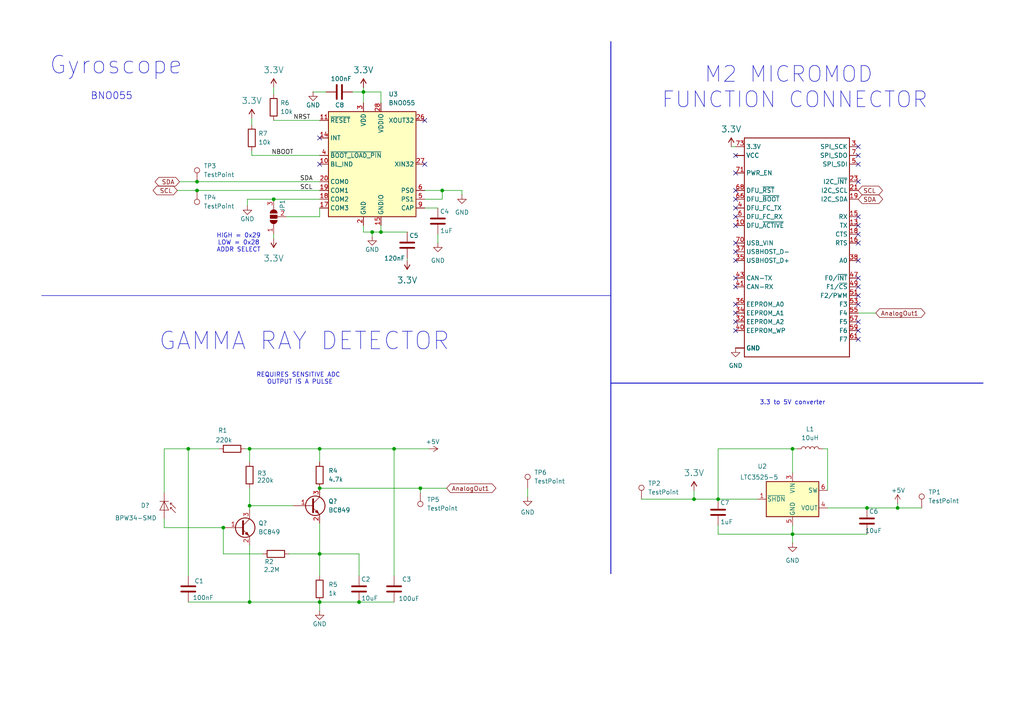
<source format=kicad_sch>
(kicad_sch (version 20250114) (generator "eeschema") (generator_version "9.0")
  (paper "A4")
  (title_block (title "M2 PAYLOAD BOARD MICROMOD") (date "2024-12-13") (rev "1") (company "TEXAS STATE SPACE LAB") (comment 1 "STEPHAN COPE"))
  (lib_symbols
    (symbol "Connector:TestPoint" (pin_numbers (hide yes)) (pin_names (offset 0.762) (hide yes))
      (property "Reference" "TP" (at 0 6.858 0))
      (property "Value" "TestPoint" (at 0 5.08 0))
      (symbol "TestPoint_0_1"
        (circle (center 0 3.302) (radius 0.762))
      )
      (symbol "TestPoint_1_1"
        (pin passive line (at 0 0 90) (length 2.54) (name "1") (number "1"))
      )
    )
    (symbol "Device:C" (pin_numbers (hide yes)) (pin_names (offset 0.254))
      (property "Reference" "C" (at 0.635 2.54 0))
      (property "Value" "C" (at 0.635 -2.54 0))
      (symbol "C_0_1"
        (polyline (pts (xy -2.032 0.762) (xy 2.032 0.762)) (stroke (width 0.508)))
        (polyline (pts (xy -2.032 -0.762) (xy 2.032 -0.762)) (stroke (width 0.508)))
      )
      (symbol "C_1_1"
        (pin passive line (at 0 3.81 270) (length 2.794) (name "~") (number "1"))
        (pin passive line (at 0 -3.81 90) (length 2.794) (name "~") (number "2"))
      )
    )
    (symbol "Device:L" (pin_numbers (hide yes)) (pin_names (offset 1.016) (hide yes))
      (property "Reference" "L" (at -1.27 0 90))
      (property "Value" "L" (at 1.905 0 90))
      (symbol "L_0_1"
        (arc (start 0 2.54) (mid 0.6323 1.905) (end 0 1.27))
        (arc (start 0 1.27) (mid 0.6323 0.635) (end 0 0))
        (arc (start 0 0) (mid 0.6323 -0.635) (end 0 -1.27))
        (arc (start 0 -1.27) (mid 0.6323 -1.905) (end 0 -2.54))
      )
      (symbol "L_1_1"
        (pin passive line (at 0 3.81 270) (length 1.27) (name "1") (number "1"))
        (pin passive line (at 0 -3.81 90) (length 1.27) (name "2") (number "2"))
      )
    )
    (symbol "Device:R" (pin_numbers (hide yes)) (pin_names (offset 0))
      (property "Reference" "R" (at 2.032 0 90))
      (property "Value" "R" (at 0 0 90))
      (symbol "R_0_1"
        (rectangle (start -1.016 -2.54) (end 1.016 2.54) (stroke (width 0.254)))
      )
      (symbol "R_1_1"
        (pin passive line (at 0 3.81 270) (length 1.27) (name "~") (number "1"))
        (pin passive line (at 0 -3.81 90) (length 1.27) (name "~") (number "2"))
      )
    )
    (symbol "Jumper:SolderJumper_3_Open" (pin_names (offset 0) (hide yes)) (exclude_from_sim yes) (in_bom no)
      (property "Reference" "JP" (at -2.54 -2.54 0))
      (property "Value" "SolderJumper_3_Open" (at 0 2.794 0))
      (symbol "SolderJumper_3_Open_0_1"
        (polyline (pts (xy -2.54 0) (xy -2.032 0)))
        (polyline (pts (xy -1.016 1.016) (xy -1.016 -1.016)))
        (arc (start -1.016 -1.016) (mid -2.0276 0) (end -1.016 1.016))
        (arc (start -1.016 -1.016) (mid -2.0276 0) (end -1.016 1.016) (fill (type outline)))
        (rectangle (start -0.508 1.016) (end 0.508 -1.016) (fill (type outline)))
        (polyline (pts (xy 0 -1.27) (xy 0 -1.016)))
        (arc (start 1.016 1.016) (mid 2.0276 0) (end 1.016 -1.016))
        (arc (start 1.016 1.016) (mid 2.0276 0) (end 1.016 -1.016) (fill (type outline)))
        (polyline (pts (xy 1.016 1.016) (xy 1.016 -1.016)))
        (polyline (pts (xy 2.54 0) (xy 2.032 0)))
      )
      (symbol "SolderJumper_3_Open_1_1"
        (pin passive line (at -5.08 0 0) (length 2.54) (name "A") (number "1"))
        (pin passive line (at 0 -3.81 90) (length 2.54) (name "C") (number "2"))
        (pin passive line (at 5.08 0 180) (length 2.54) (name "B") (number "3"))
      )
    )
    (symbol "Regulator_Switching:LTC3525-5" (pin_names (offset 0.254))
      (property "Reference" "U" (at -6.35 6.35 0))
      (property "Value" "LTC3525-5" (at 1.27 6.35 0))
      (symbol "LTC3525-5_0_1"
        (rectangle (start -7.62 5.08) (end 7.62 -5.08) (stroke (width 0.254)) (fill (type background)))
      )
      (symbol "LTC3525-5_1_1"
        (pin input line (at -10.16 0 0) (length 2.54) (name "~{SHDN}") (number "1"))
        (pin power_in line (at 0 7.62 270) (length 2.54) (name "VIN") (number "3"))
        (pin passive line (at 0 -7.62 90) (length 2.54) (hide yes) (name "GND") (number "2"))
        (pin power_in line (at 0 -7.62 90) (length 2.54) (name "GND") (number "5"))
        (pin input line (at 10.16 2.54 180) (length 2.54) (name "SW") (number "6"))
        (pin power_out line (at 10.16 -2.54 180) (length 2.54) (name "VOUT") (number "4"))
      )
    )
    (symbol "Sensor_Motion:BNO055"
      (property "Reference" "U" (at -11.43 16.51 0))
      (property "Value" "BNO055" (at 12.7 16.51 0))
      (symbol "BNO055_0_1"
        (rectangle (start -12.7 15.24) (end 12.7 -15.24) (stroke (width 0.254)) (fill (type background)))
      )
      (symbol "BNO055_1_1"
        (pin input line (at -15.24 12.7 0) (length 2.54) (name "~{RESET}") (number "11"))
        (pin output line (at -15.24 7.62 0) (length 2.54) (name "INT") (number "14"))
        (pin input line (at -15.24 2.54 0) (length 2.54) (name "~{BOOT_LOAD_PIN}") (number "4"))
        (pin output line (at -15.24 0 0) (length 2.54) (name "BL_IND") (number "10"))
        (pin bidirectional line (at -15.24 -5.08 0) (length 2.54) (name "COM0") (number "20"))
        (pin bidirectional line (at -15.24 -7.62 0) (length 2.54) (name "COM1") (number "19"))
        (pin passive line (at -15.24 -10.16 0) (length 2.54) (name "COM2") (number "18"))
        (pin input line (at -15.24 -12.7 0) (length 2.54) (name "COM3") (number "17"))
        (pin no_connect line (at -12.7 10.16 0) (length 2.54) (hide yes) (name "PIN1") (number "1"))
        (pin no_connect line (at -12.7 5.08 0) (length 2.54) (hide yes) (name "PIN7") (number "7"))
        (pin no_connect line (at -12.7 -2.54 0) (length 2.54) (hide yes) (name "PIN8") (number "8"))
        (pin power_in line (at -2.54 17.78 270) (length 2.54) (name "VDD") (number "3"))
        (pin power_in line (at -2.54 -17.78 90) (length 2.54) (name "GND") (number "2"))
        (pin power_in line (at 2.54 17.78 270) (length 2.54) (name "VDDIO") (number "28"))
        (pin power_in line (at 2.54 -17.78 90) (length 2.54) (name "GNDIO") (number "15"))
        (pin passive line (at 2.54 -17.78 90) (length 2.54) (hide yes) (name "GNDIO") (number "16"))
        (pin passive line (at 2.54 -17.78 90) (length 2.54) (hide yes) (name "GNDIO") (number "25"))
        (pin no_connect line (at 12.7 10.16 180) (length 2.54) (hide yes) (name "PIN12") (number "12"))
        (pin no_connect line (at 12.7 7.62 180) (length 2.54) (hide yes) (name "PIN13") (number "13"))
        (pin no_connect line (at 12.7 5.08 180) (length 2.54) (hide yes) (name "PIN21") (number "21"))
        (pin no_connect line (at 12.7 2.54 180) (length 2.54) (hide yes) (name "PIN22") (number "22"))
        (pin no_connect line (at 12.7 -2.54 180) (length 2.54) (hide yes) (name "PIN23") (number "23"))
        (pin no_connect line (at 12.7 -5.08 180) (length 2.54) (hide yes) (name "PIN24") (number "24"))
        (pin output line (at 15.24 12.7 180) (length 2.54) (name "XOUT32") (number "26"))
        (pin input line (at 15.24 0 180) (length 2.54) (name "XIN32") (number "27"))
        (pin input line (at 15.24 -7.62 180) (length 2.54) (name "PS0") (number "6"))
        (pin input line (at 15.24 -10.16 180) (length 2.54) (name "PS1") (number "5"))
        (pin passive line (at 15.24 -12.7 180) (length 2.54) (name "CAP") (number "9"))
      )
    )
    (symbol "Sensor_Optical:BPW34-SMD" (pin_numbers (hide yes)) (pin_names (offset 1.016) (hide yes))
      (property "Reference" "D" (at 0.508 1.778 0))
      (property "Value" "BPW34-SMD" (at -1.016 -2.794 0))
      (symbol "BPW34-SMD_0_1"
        (polyline (pts (xy -2.54 1.27) (xy -2.54 -1.27)) (stroke (width 0.1524)))
        (polyline (pts (xy -2.032 1.778) (xy -1.524 1.778)))
        (polyline (pts (xy -0.508 3.302) (xy -2.032 1.778) (xy -2.032 2.286)))
        (polyline (pts (xy 0 1.27) (xy -2.54 0) (xy 0 -1.27)))
        (polyline (pts (xy 0 0) (xy -2.54 0)))
        (polyline (pts (xy 0 -1.27) (xy 0 1.27)))
        (polyline (pts (xy 0.762 3.302) (xy -0.762 1.778) (xy -0.762 2.286) (xy -0.762 1.778) (xy -0.254 1.778)))
      )
      (symbol "BPW34-SMD_1_1"
        (pin passive line (at -5.08 0 0) (length 2.54) (name "K") (number "1"))
        (pin passive line (at 2.54 0 180) (length 2.54) (name "A") (number "2"))
      )
    )
    (symbol "Transistor_BJT:BC849" (pin_names (offset 0) (hide yes))
      (property "Reference" "Q" (at 5.08 1.905 0))
      (property "Value" "BC849" (at 5.08 0 0))
      (symbol "BC849_0_1"
        (polyline (pts (xy 0.635 1.905) (xy 0.635 -1.905) (xy 0.635 -1.905)) (stroke (width 0.508)))
        (polyline (pts (xy 0.635 0.635) (xy 2.54 2.54)))
        (polyline (pts (xy 0.635 -0.635) (xy 2.54 -2.54) (xy 2.54 -2.54)))
        (circle (center 1.27 0) (radius 2.8194) (stroke (width 0.254)))
        (polyline (pts (xy 1.27 -1.778) (xy 1.778 -1.27) (xy 2.286 -2.286) (xy 1.27 -1.778) (xy 1.27 -1.778)) (fill (type outline)))
      )
      (symbol "BC849_1_1"
        (pin input line (at -5.08 0 0) (length 5.715) (name "B") (number "1"))
        (pin passive line (at 2.54 5.08 270) (length 2.54) (name "C") (number "3"))
        (pin passive line (at 2.54 -5.08 90) (length 2.54) (name "E") (number "2"))
      )
    )
    (symbol "main_board_symbols_V1.0:3.3V" (power)
      (property "Value" "3.3V" (at 0 2.794 0))
      (symbol "3.3V_1_0"
        (polyline (pts (xy 0 2.54) (xy -0.762 1.27)) (stroke (width 0.254)))
        (polyline (pts (xy 0.762 1.27) (xy 0 2.54)) (stroke (width 0.254)))
        (pin power_in line (at 0 0 90) (length 2.54) (name "3.3V") (number "1"))
      )
    )
    (symbol "power:+9V" (power) (pin_numbers (hide yes)) (pin_names (offset 0) (hide yes))
      (property "Value" "+9V" (at 0 3.556 0))
      (symbol "+9V_0_1"
        (polyline (pts (xy -0.762 1.27) (xy 0 2.54)))
        (polyline (pts (xy 0 2.54) (xy 0.762 1.27)))
        (polyline (pts (xy 0 0) (xy 0 2.54)))
      )
      (symbol "+9V_1_1"
        (pin power_in line (at 0 0 90) (length 0) (name "~") (number "1"))
      )
    )
    (symbol "power:GND" (power) (pin_numbers (hide yes)) (pin_names (offset 0) (hide yes))
      (property "Value" "GND" (at 0 -3.81 0))
      (symbol "GND_0_1"
        (polyline (pts (xy 0 0) (xy 0 -1.27) (xy 1.27 -1.27) (xy 0 -2.54) (xy -1.27 -1.27) (xy 0 -1.27)))
      )
      (symbol "GND_1_1"
        (pin power_in line (at 0 0 270) (length 0) (name "~") (number "1"))
      )
    )
    (symbol "spacelab library:MICROMOD_FUNCTION_MAIN"
      (symbol "MICROMOD_FUNCTION_MAIN_1_0"
        (polyline (pts (xy -15.24 27.94) (xy 15.24 27.94)) (stroke (width 0.254)))
        (polyline (pts (xy -15.24 -35.56) (xy -15.24 27.94)) (stroke (width 0.254)))
        (polyline (pts (xy 15.24 27.94) (xy 15.24 -35.56)) (stroke (width 0.254)))
        (polyline (pts (xy 15.24 -35.56) (xy -15.24 -35.56)) (stroke (width 0.254)))
        (pin bidirectional line (at -17.78 25.4 0) (length 2.54) (name "3.3V") (number "73"))
        (pin bidirectional line (at -17.78 22.86 0) (length 2.54) (name "VCC") (number "72"))
        (pin bidirectional line (at -17.78 22.86 0) (length 2.54) (name "VCC") (number "74"))
        (pin bidirectional line (at -17.78 17.78 0) (length 2.54) (name "PWR_EN") (number "71"))
        (pin bidirectional line (at -17.78 12.7 0) (length 2.54) (name "DFU_~{RST}") (number "68"))
        (pin bidirectional line (at -17.78 10.16 0) (length 2.54) (name "DFU_~{BOOT}") (number "66"))
        (pin bidirectional line (at -17.78 7.62 0) (length 2.54) (name "DFU_FC_TX") (number "4"))
        (pin bidirectional line (at -17.78 5.08 0) (length 2.54) (name "DFU_FC_RX") (number "6"))
        (pin bidirectional line (at -17.78 2.54 0) (length 2.54) (name "DFU_~{ACTIVE}") (number "10"))
        (pin bidirectional line (at -17.78 -2.54 0) (length 2.54) (name "USB_VIN") (number "70"))
        (pin bidirectional line (at -17.78 -5.08 0) (length 2.54) (name "USBHOST_D-") (number "37"))
        (pin bidirectional line (at -17.78 -7.62 0) (length 2.54) (name "USBHOST_D+") (number "35"))
        (pin bidirectional line (at -17.78 -12.7 0) (length 2.54) (name "CAN-TX") (number "43"))
        (pin bidirectional line (at -17.78 -15.24 0) (length 2.54) (name "CAN-RX") (number "41"))
        (pin bidirectional line (at -17.78 -20.32 0) (length 2.54) (name "EEPROM_A0") (number "36"))
        (pin bidirectional line (at -17.78 -22.86 0) (length 2.54) (name "EEPROM_A1") (number "34"))
        (pin bidirectional line (at -17.78 -25.4 0) (length 2.54) (name "EEPROM_A2") (number "32"))
        (pin bidirectional line (at -17.78 -27.94 0) (length 2.54) (name "EEPROM_WP") (number "40"))
        (pin bidirectional line (at -17.78 -33.02 0) (length 2.54) (name "GND") (number "1"))
        (pin bidirectional line (at -17.78 -33.02 0) (length 2.54) (name "GND") (number "2"))
        (pin bidirectional line (at -17.78 -33.02 0) (length 2.54) (name "GND") (number "33"))
        (pin bidirectional line (at -17.78 -33.02 0) (length 2.54) (name "GND") (number "39"))
        (pin bidirectional line (at -17.78 -33.02 0) (length 2.54) (name "GND") (number "45"))
        (pin bidirectional line (at -17.78 -33.02 0) (length 2.54) (name "GND") (number "75"))
        (pin bidirectional line (at -17.78 -33.02 0) (length 2.54) (name "GND") (number "8"))
        (pin bidirectional line (at 17.78 25.4 180) (length 2.54) (name "SPI_SCK") (number "3"))
        (pin bidirectional line (at 17.78 22.86 180) (length 2.54) (name "SPI_SDO") (number "7"))
        (pin bidirectional line (at 17.78 20.32 180) (length 2.54) (name "SPI_SDI") (number "5"))
        (pin bidirectional line (at 17.78 15.24 180) (length 2.54) (name "I2C_~{INT}") (number "23"))
        (pin bidirectional line (at 17.78 12.7 180) (length 2.54) (name "I2C_SCL") (number "21"))
        (pin bidirectional line (at 17.78 10.16 180) (length 2.54) (name "I2C_SDA") (number "19"))
        (pin bidirectional line (at 17.78 5.08 180) (length 2.54) (name "RX") (number "15"))
        (pin bidirectional line (at 17.78 2.54 180) (length 2.54) (name "TX") (number "13"))
        (pin bidirectional line (at 17.78 0 180) (length 2.54) (name "CTS") (number "18"))
        (pin bidirectional line (at 17.78 -2.54 180) (length 2.54) (name "RTS") (number "16"))
        (pin bidirectional line (at 17.78 -7.62 180) (length 2.54) (name "A0") (number "38"))
        (pin bidirectional line (at 17.78 -12.7 180) (length 2.54) (name "F0/~{INT}") (number "47"))
        (pin bidirectional line (at 17.78 -15.24 180) (length 2.54) (name "F1/~{CS}") (number "49"))
        (pin bidirectional line (at 17.78 -17.78 180) (length 2.54) (name "F2/PWM") (number "51"))
        (pin bidirectional line (at 17.78 -20.32 180) (length 2.54) (name "F3") (number "53"))
        (pin bidirectional line (at 17.78 -22.86 180) (length 2.54) (name "F4") (number "55"))
        (pin bidirectional line (at 17.78 -25.4 180) (length 2.54) (name "F5") (number "57"))
        (pin bidirectional line (at 17.78 -27.94 180) (length 2.54) (name "F6") (number "59"))
        (pin bidirectional line (at 17.78 -30.48 180) (length 2.54) (name "F7") (number "61"))
      )
    )
  )
  (text "Gyroscope" (at 33.655 19.05 0) (effects (font (size 5.08 5.08))))
  (text "GAMMA RAY DETECTOR" (at 88.265 99.06 0) (effects (font (size 5.08 5.08))))
  (text "3.3 to 5V converter\n" (at 229.87 116.84 0) (effects (font (size 1.27 1.27))))
  (text "REQUIRES SENSITIVE ADC \nOUTPUT IS A PULSE" (at 86.995 109.855 0) (effects (font (size 1.27 1.27))))
  (text "BNO055\n" (at 32.385 27.94 0) (effects (font (size 2.032 2.032))))
  (text "M2 MICROMOD \nFUNCTION CONNECTOR\n" (at 230.505 25.4 0) (effects (font (size 4.572 4.572))))
  (text "HIGH = 0x29\nLOW = 0x28\nADDR SELECT\n" (at 69.215 70.485 0) (effects (font (size 1.27 1.27))))
  (junction (at 72.39 146.685))
  (junction (at 57.15 55.245))
  (junction (at 121.92 141.605))
  (junction (at 260.35 147.32))
  (junction (at 201.295 144.78))
  (junction (at 92.71 160.655))
  (junction (at 92.71 141.605))
  (junction (at 229.87 130.175))
  (junction (at 107.95 67.31))
  (junction (at 251.46 147.32))
  (junction (at 114.3 130.175))
  (junction (at 104.14 174.625))
  (junction (at 208.28 144.78))
  (junction (at 64.77 153.035))
  (junction (at 54.61 130.175))
  (junction (at 72.39 130.175))
  (junction (at 92.71 174.625))
  (junction (at 72.39 174.625))
  (junction (at 105.41 26.67))
  (junction (at 128.27 55.245))
  (junction (at 79.375 57.785))
  (junction (at 92.71 130.175))
  (junction (at 229.87 154.94))
  (junction (at 57.15 52.705))
  (junction (at 110.49 67.31))
  (no_connect (at 248.92 75.565))
  (no_connect (at 248.92 67.945))
  (no_connect (at 248.92 95.885))
  (no_connect (at 248.92 62.865))
  (no_connect (at 213.36 62.865))
  (no_connect (at 213.36 75.565))
  (no_connect (at 213.36 60.325))
  (no_connect (at 248.92 42.545))
  (no_connect (at 213.36 65.405))
  (no_connect (at 123.19 47.625))
  (no_connect (at 213.36 90.805))
  (no_connect (at 213.36 95.885))
  (no_connect (at 213.36 57.785))
  (no_connect (at 213.36 88.265))
  (no_connect (at 248.92 83.185))
  (no_connect (at 213.36 93.345))
  (no_connect (at 248.92 45.085))
  (no_connect (at 248.92 52.705))
  (no_connect (at 248.92 65.405))
  (no_connect (at 213.36 45.085))
  (no_connect (at 248.92 80.645))
  (no_connect (at 248.92 70.485))
  (no_connect (at 213.36 50.165))
  (no_connect (at 123.19 34.925))
  (no_connect (at 213.36 80.645))
  (no_connect (at 248.92 88.265))
  (no_connect (at 213.36 70.485))
  (no_connect (at 248.92 47.625))
  (no_connect (at 92.71 47.625))
  (no_connect (at 92.71 40.005))
  (no_connect (at 248.92 93.345))
  (no_connect (at 248.92 98.425))
  (no_connect (at 213.36 55.245))
  (no_connect (at 213.36 83.185))
  (no_connect (at 248.92 85.725))
  (no_connect (at 213.36 73.025))
  (wire (pts (xy 92.71 130.175) (xy 114.3 130.175)))
  (wire (pts (xy 240.03 147.32) (xy 251.46 147.32)))
  (wire (pts (xy 240.03 130.175) (xy 238.76 130.175)))
  (wire (pts (xy 92.71 174.625) (xy 104.14 174.625)))
  (wire (pts (xy 229.87 154.94) (xy 251.46 154.94)))
  (polyline (pts (xy 12.065 85.725) (xy 177.165 85.725)))
  (wire (pts (xy 212.09 42.545) (xy 213.36 42.545)))
  (wire (pts (xy 110.49 29.845) (xy 110.49 26.67)))
  (wire (pts (xy 229.87 130.175) (xy 208.28 130.175)))
  (wire (pts (xy 79.375 57.785) (xy 92.71 57.785)))
  (wire (pts (xy 118.11 75.565) (xy 118.11 74.93)))
  (wire (pts (xy 229.87 130.175) (xy 229.87 137.16)))
  (wire (pts (xy 110.49 67.31) (xy 118.11 67.31)))
  (wire (pts (xy 208.28 152.4) (xy 208.28 154.94)))
  (wire (pts (xy 47.625 130.175) (xy 47.625 142.875)))
  (wire (pts (xy 92.71 45.085) (xy 73.025 45.085)))
  (wire (pts (xy 186.055 144.78) (xy 201.295 144.78)))
  (wire (pts (xy 71.755 59.69) (xy 71.755 57.785)))
  (wire (pts (xy 201.295 144.78) (xy 208.28 144.78)))
  (wire (pts (xy 92.71 130.175) (xy 92.71 133.985)))
  (wire (pts (xy 133.985 55.245) (xy 133.985 56.515)))
  (wire (pts (xy 128.27 55.245) (xy 128.27 57.785)))
  (wire (pts (xy 105.41 67.31) (xy 105.41 65.405)))
  (wire (pts (xy 121.92 141.605) (xy 121.92 142.875)))
  (wire (pts (xy 201.295 144.78) (xy 201.295 142.24)))
  (wire (pts (xy 114.3 130.175) (xy 124.46 130.175)))
  (wire (pts (xy 64.77 160.655) (xy 76.2 160.655)))
  (wire (pts (xy 90.805 26.67) (xy 94.615 26.67)))
  (wire (pts (xy 54.61 167.005) (xy 54.61 130.175)))
  (wire (pts (xy 114.3 130.175) (xy 114.3 167.005)))
  (wire (pts (xy 47.625 153.035) (xy 64.77 153.035)))
  (wire (pts (xy 260.35 146.05) (xy 260.35 147.32)))
  (wire (pts (xy 107.95 67.31) (xy 105.41 67.31)))
  (wire (pts (xy 104.14 160.655) (xy 104.14 167.005)))
  (wire (pts (xy 72.39 130.175) (xy 72.39 133.985)))
  (wire (pts (xy 51.435 55.245) (xy 57.15 55.245)))
  (wire (pts (xy 72.39 174.625) (xy 92.71 174.625)))
  (wire (pts (xy 123.19 60.325) (xy 127 60.325)))
  (wire (pts (xy 260.35 147.32) (xy 267.335 147.32)))
  (wire (pts (xy 72.39 158.115) (xy 72.39 174.625)))
  (wire (pts (xy 72.39 130.175) (xy 92.71 130.175)))
  (wire (pts (xy 72.39 141.605) (xy 72.39 146.685)))
  (wire (pts (xy 208.28 144.78) (xy 219.71 144.78)))
  (wire (pts (xy 229.87 154.94) (xy 229.87 157.48)))
  (wire (pts (xy 54.61 130.175) (xy 63.5 130.175)))
  (wire (pts (xy 107.95 68.58) (xy 107.95 67.31)))
  (wire (pts (xy 52.07 52.705) (xy 57.15 52.705)))
  (wire (pts (xy 92.71 62.865) (xy 92.71 60.325)))
  (wire (pts (xy 105.41 26.67) (xy 105.41 29.845)))
  (wire (pts (xy 47.625 150.495) (xy 47.625 153.035)))
  (wire (pts (xy 110.49 26.67) (xy 105.41 26.67)))
  (wire (pts (xy 229.87 152.4) (xy 229.87 154.94)))
  (polyline (pts (xy 177.165 111.125) (xy 285.115 111.125)) (stroke (width 0.254)))
  (wire (pts (xy 73.025 34.29) (xy 73.025 36.195)))
  (wire (pts (xy 208.28 130.175) (xy 208.28 144.78)))
  (wire (pts (xy 105.41 25.4) (xy 105.41 26.67)))
  (wire (pts (xy 83.82 160.655) (xy 92.71 160.655)))
  (wire (pts (xy 73.025 45.085) (xy 73.025 43.815)))
  (wire (pts (xy 79.375 25.4) (xy 79.375 27.305)))
  (wire (pts (xy 231.14 130.175) (xy 229.87 130.175)))
  (wire (pts (xy 83.185 62.865) (xy 92.71 62.865)))
  (wire (pts (xy 72.39 146.685) (xy 85.09 146.685)))
  (wire (pts (xy 79.375 34.925) (xy 92.71 34.925)))
  (wire (pts (xy 110.49 67.31) (xy 110.49 65.405)))
  (wire (pts (xy 92.71 151.765) (xy 92.71 160.655)))
  (wire (pts (xy 121.92 141.605) (xy 92.71 141.605)))
  (polyline (pts (xy 177.165 12.065) (xy 177.165 166.37)) (stroke (width 0.254)))
  (wire (pts (xy 72.39 146.685) (xy 72.39 147.955)))
  (wire (pts (xy 153.035 144.145) (xy 153.035 141.605)))
  (wire (pts (xy 260.35 147.32) (xy 251.46 147.32)))
  (wire (pts (xy 71.755 57.785) (xy 79.375 57.785)))
  (wire (pts (xy 127 67.945) (xy 127 70.485)))
  (wire (pts (xy 71.12 130.175) (xy 72.39 130.175)))
  (wire (pts (xy 92.71 174.625) (xy 92.71 177.165)))
  (wire (pts (xy 128.27 55.245) (xy 133.985 55.245)))
  (wire (pts (xy 123.19 55.245) (xy 128.27 55.245)))
  (wire (pts (xy 92.71 160.655) (xy 104.14 160.655)))
  (wire (pts (xy 57.15 55.245) (xy 92.71 55.245)))
  (wire (pts (xy 79.375 69.215) (xy 79.375 67.945)))
  (wire (pts (xy 240.03 142.24) (xy 240.03 130.175)))
  (wire (pts (xy 123.19 57.785) (xy 128.27 57.785)))
  (wire (pts (xy 92.71 160.655) (xy 92.71 167.005)))
  (wire (pts (xy 129.54 141.605) (xy 121.92 141.605)))
  (wire (pts (xy 208.28 154.94) (xy 229.87 154.94)))
  (wire (pts (xy 54.61 130.175) (xy 47.625 130.175)))
  (wire (pts (xy 57.15 52.705) (xy 92.71 52.705)))
  (wire (pts (xy 102.235 26.67) (xy 105.41 26.67)))
  (wire (pts (xy 64.77 153.035) (xy 64.77 160.655)))
  (wire (pts (xy 104.14 174.625) (xy 114.3 174.625)))
  (wire (pts (xy 107.95 67.31) (xy 110.49 67.31)))
  (wire (pts (xy 54.61 174.625) (xy 72.39 174.625)))
  (wire (pts (xy 254 90.805) (xy 248.92 90.805)))
  (label "NBOOT" (at 78.74 45.085 0))
  (label "SCL" (at 86.995 55.245 0))
  (label "NRST" (at 85.09 34.925 0))
  (label "SDA" (at 86.995 52.705 0))
  (global_label "AnalogOut1" (shape bidirectional) (at 254 90.805 0) (property "Intersheetrefs" "${INTERSHEET_REFS}" (effects (hide yes))))
  (global_label "SCL" (shape bidirectional) (at 51.435 55.245 180) (property "Intersheetrefs" "${INTERSHEET_REFS}" (effects (hide yes))))
  (global_label "AnalogOut1" (shape bidirectional) (at 129.54 141.605 0) (property "Intersheetrefs" "${INTERSHEET_REFS}" (effects (hide yes))))
  (global_label "SCL" (shape bidirectional) (at 248.92 55.245 0) (property "Intersheetrefs" "${INTERSHEET_REFS}" (effects (hide yes))))
  (global_label "SDA" (shape bidirectional) (at 52.07 52.705 180) (property "Intersheetrefs" "${INTERSHEET_REFS}" (effects (hide yes))))
  (global_label "SDA" (shape bidirectional) (at 248.92 57.785 0) (property "Intersheetrefs" "${INTERSHEET_REFS}" (effects (hide yes))))
  (symbol (lib_id "Connector:TestPoint") (at 267.335 147.32 0) (unit 1)
    (property "Reference" "TP1" (at 269.24 142.7479 0) (effects (justify left)))
    (property "Value" "TestPoint" (at 269.24 145.2879 0) (effects (justify left)))
    (property "Footprint" "Connector_PinHeader_2.54mm:PinHeader_1x01_P2.54mm_Vertical" (effects (hide yes)))
    (property "Description" "test point" (effects (hide yes)))
  )
  (symbol (lib_id "Sensor_Optical:BPW34-SMD") (at 47.625 147.955 270) (unit 1)
    (property "Reference" "D?" (at 40.8178 146.6088 90) (effects (justify left)))
    (property "Value" "BPW34-SMD" (at 33.3248 150.241 90) (effects (justify left)))
    (property "Footprint" "OptoDevice:Osram_BPW34S-SMD" (effects (hide yes)))
    (property "Datasheet" "https://dammedia.osram.info/media/resource/hires/osram-dam-5488319/BPW%2034%20S_EN.pdf" (effects (hide yes)))
    (property "Description" "Silicon PIN Photodiode, Area 2.65x2.65mm" (effects (hide yes)))
  )
  (symbol (lib_id "Device:R") (at 72.39 137.795 180) (unit 1)
    (property "Reference" "R3" (at 75.946 137.287 0))
    (property "Value" "220k" (at 76.962 139.319 0))
    (property "Footprint" "Resistor_SMD:R_0805_2012Metric_Pad1.20x1.40mm_HandSolder" (effects (hide yes)))
    (property "Description" "Resistor" (effects (hide yes)))
  )
  (symbol (lib_id "Device:R") (at 79.375 31.115 0) (unit 1)
    (property "Reference" "R6" (at 81.28 29.8449 0) (effects (justify left)))
    (property "Value" "10k" (at 81.28 32.3849 0) (effects (justify left)))
    (property "Footprint" "Resistor_SMD:R_0805_2012Metric_Pad1.20x1.40mm_HandSolder" (effects (hide yes)))
    (property "Description" "Resistor" (effects (hide yes)))
  )
  (symbol (lib_id "Device:C") (at 127 64.135 180) (unit 1)
    (property "Reference" "C4" (at 130.302 61.341 0) (effects (justify left)))
    (property "Value" "1uF" (at 131.318 66.929 0) (effects (justify left)))
    (property "Footprint" "Capacitor_SMD:C_0805_2012Metric_Pad1.18x1.45mm_HandSolder" (effects (hide yes)))
    (property "Description" "Unpolarized capacitor" (effects (hide yes)))
  )
  (symbol (lib_id "Device:C") (at 54.61 170.815 0) (unit 1)
    (property "Reference" "C1" (at 56.388 168.529 0) (effects (justify left)))
    (property "Value" "100nF" (at 55.88 173.355 0) (effects (justify left)))
    (property "Footprint" "Capacitor_SMD:C_0805_2012Metric_Pad1.18x1.45mm_HandSolder" (effects (hide yes)))
    (property "Description" "Unpolarized capacitor" (effects (hide yes)))
  )
  (symbol (lib_id "power:+9V") (at 124.46 130.175 270) (unit 1)
    (property "Reference" "#PWR02" (effects (hide yes)))
    (property "Value" "+5V" (at 123.444 128.143 90) (effects (justify left)))
    (property "Description" "Power symbol creates a global label with name \"+9V\"" (effects (hide yes)))
  )
  (symbol (lib_id "power:GND") (at 153.035 144.145 0) (unit 1)
    (property "Reference" "#PWR012" (effects (hide yes)))
    (property "Value" "GND" (at 153.035 148.59 0))
    (property "Description" "Power symbol creates a global label with name \"GND\" , ground" (effects (hide yes)))
  )
  (symbol (lib_id "Connector:TestPoint") (at 186.055 144.78 0) (unit 1)
    (property "Reference" "TP2" (at 187.96 140.2079 0) (effects (justify left)))
    (property "Value" "TestPoint" (at 187.96 142.7479 0) (effects (justify left)))
    (property "Footprint" "Connector_PinHeader_2.54mm:PinHeader_1x01_P2.54mm_Vertical" (effects (hide yes)))
    (property "Description" "test point" (effects (hide yes)))
  )
  (symbol (lib_id "main_board_symbols_V1.0:3.3V") (at 201.295 142.24 0) (unit 1)
    (property "Reference" "#SUPPLY04" (effects (hide yes)))
    (property "Value" "3.3V" (at 201.295 137.16 0) (effects (font (size 1.778 1.778))))
  )
  (symbol (lib_id "Transistor_BJT:BC849") (at 90.17 146.685 0) (unit 1)
    (property "Reference" "Q?" (at 95.2246 145.4149 0) (effects (justify left)))
    (property "Value" "BC849" (at 95.2246 147.9549 0) (effects (justify left)))
    (property "Footprint" "Package_TO_SOT_SMD:SOT-23" (effects (hide yes)))
    (property "Datasheet" "http://www.infineon.com/dgdl/Infineon-BC847SERIES_BC848SERIES_BC849SERIES_BC850SERIES-DS-v01_01-en.pdf?fileId=db3a304314dca389011541d4630a1657" (effects (hide yes)))
    (property "Description" "0.1A Ic, 30V Vce, NPN Transistor, SOT-23" (effects (hide yes)))
  )
  (symbol (lib_id "Device:C") (at 251.46 151.13 180) (unit 1)
    (property "Reference" "C6" (at 254.762 148.336 0) (effects (justify left)))
    (property "Value" "10uF" (at 255.778 153.924 0) (effects (justify left)))
    (property "Footprint" "Capacitor_SMD:C_0805_2012Metric_Pad1.18x1.45mm_HandSolder" (effects (hide yes)))
    (property "Description" "Unpolarized capacitor" (effects (hide yes)))
  )
  (symbol (lib_id "main_board_symbols_V1.0:3.3V") (at 118.11 75.565 180) (unit 1)
    (property "Reference" "#SUPPLY07" (effects (hide yes)))
    (property "Value" "3.3V" (at 118.11 81.28 0) (effects (font (size 1.778 1.778))))
  )
  (symbol (lib_id "power:GND") (at 229.87 157.48 0) (unit 1)
    (property "Reference" "#PWR03" (effects (hide yes)))
    (property "Value" "GND" (at 229.87 162.56 0))
    (property "Description" "Power symbol creates a global label with name \"GND\" , ground" (effects (hide yes)))
  )
  (symbol (lib_id "Device:R") (at 73.025 40.005 0) (unit 1)
    (property "Reference" "R7" (at 74.93 38.7349 0) (effects (justify left)))
    (property "Value" "10k" (at 74.93 41.2749 0) (effects (justify left)))
    (property "Footprint" "Resistor_SMD:R_0805_2012Metric_Pad1.20x1.40mm_HandSolder" (effects (hide yes)))
    (property "Description" "Resistor" (effects (hide yes)))
  )
  (symbol (lib_id "Device:R") (at 92.71 170.815 0) (unit 1)
    (property "Reference" "R5" (at 95.25 169.5449 0) (effects (justify left)))
    (property "Value" "1k" (at 95.25 172.0849 0) (effects (justify left)))
    (property "Footprint" "Resistor_SMD:R_0805_2012Metric_Pad1.20x1.40mm_HandSolder" (effects (hide yes)))
    (property "Description" "Resistor" (effects (hide yes)))
  )
  (symbol (lib_id "power:GND") (at 107.95 68.58 0) (unit 1)
    (property "Reference" "#PWR06" (effects (hide yes)))
    (property "Value" "GND" (at 107.95 72.39 0))
    (property "Description" "Power symbol creates a global label with name \"GND\" , ground" (effects (hide yes)))
  )
  (symbol (lib_id "power:GND") (at 90.805 26.67 0) (unit 1)
    (property "Reference" "#PWR010" (effects (hide yes)))
    (property "Value" "GND" (at 90.805 30.48 0))
    (property "Description" "Power symbol creates a global label with name \"GND\" , ground" (effects (hide yes)))
  )
  (symbol (lib_id "Device:C") (at 114.3 170.815 0) (unit 1)
    (property "Reference" "C3" (at 116.586 168.021 0) (effects (justify left)))
    (property "Value" "100uF" (at 115.57 173.609 0) (effects (justify left)))
    (property "Footprint" "Capacitor_SMD:C_1210_3225Metric_Pad1.33x2.70mm_HandSolder" (effects (hide yes)))
    (property "Description" "Unpolarized capacitor" (effects (hide yes)))
  )
  (symbol (lib_id "Device:R") (at 80.01 160.655 90) (unit 1)
    (property "Reference" "R2" (at 76.708 162.941 90) (effects (justify right)))
    (property "Value" "2.2M" (at 76.454 165.227 90) (effects (justify right)))
    (property "Footprint" "Resistor_SMD:R_0805_2012Metric_Pad1.20x1.40mm_HandSolder" (effects (hide yes)))
    (property "Description" "Resistor" (effects (hide yes)))
  )
  (symbol (lib_id "spacelab library:MICROMOD_FUNCTION_MAIN") (at 231.14 67.945 0) (unit 1)
    (property "Reference" "J2" (effects (hide yes)))
    (property "Value" "CONN E" (effects (hide yes)))
    (property "Footprint" "m2 sata:M.2-CARD-E-22_FUNCTION_STANDARD" (effects (hide yes)))
    (property "Datasheet" "https://www.te.com/usa-en/product-2199230-4.datasheet.pdf" (effects (hide yes)))
    (property "Source" "https://www.digikey.com/en/products/detail/te-connectivity-amp-connectors/2199230-4/4208915" (effects (hide yes)))
  )
  (symbol (lib_id "main_board_symbols_V1.0:3.3V") (at 212.09 42.545 0) (unit 1)
    (property "Reference" "#SUPPLY02" (effects (hide yes)))
    (property "Value" "3.3V" (at 212.09 37.465 0) (effects (font (size 1.778 1.778))))
  )
  (symbol (lib_id "main_board_symbols_V1.0:3.3V") (at 105.41 25.4 0) (unit 1)
    (property "Reference" "#SUPPLY01" (effects (hide yes)))
    (property "Value" "3.3V" (at 105.41 20.32 0) (effects (font (size 1.778 1.778))))
  )
  (symbol (lib_id "main_board_symbols_V1.0:3.3V") (at 79.375 69.215 180) (unit 1)
    (property "Reference" "#SUPPLY06" (effects (hide yes)))
    (property "Value" "3.3V" (at 79.375 74.93 0) (effects (font (size 1.778 1.778))))
  )
  (symbol (lib_id "Connector:TestPoint") (at 57.15 52.705 0) (unit 1)
    (property "Reference" "TP3" (at 59.055 48.1329 0) (effects (justify left)))
    (property "Value" "TestPoint" (at 59.055 50.6729 0) (effects (justify left)))
    (property "Footprint" "Connector_PinHeader_2.54mm:PinHeader_1x01_P2.54mm_Vertical" (effects (hide yes)))
    (property "Description" "test point" (effects (hide yes)))
  )
  (symbol (lib_id "Device:C") (at 118.11 71.12 180) (unit 1)
    (property "Reference" "C5" (at 121.412 68.326 0) (effects (justify left)))
    (property "Value" "120nF" (at 117.475 74.93 0) (effects (justify left)))
    (property "Footprint" "Capacitor_SMD:C_0805_2012Metric_Pad1.18x1.45mm_HandSolder" (effects (hide yes)))
    (property "Description" "Unpolarized capacitor" (effects (hide yes)))
  )
  (symbol (lib_id "power:GND") (at 127 70.485 0) (unit 1)
    (property "Reference" "#PWR07" (effects (hide yes)))
    (property "Value" "GND" (at 127 75.565 0))
    (property "Description" "Power symbol creates a global label with name \"GND\" , ground" (effects (hide yes)))
  )
  (symbol (lib_id "Device:C") (at 104.14 170.815 180) (unit 1)
    (property "Reference" "C2" (at 107.442 168.021 0) (effects (justify left)))
    (property "Value" "10uF" (at 109.6518 173.5328 0) (effects (justify left)))
    (property "Footprint" "Capacitor_SMD:C_0805_2012Metric_Pad1.18x1.45mm_HandSolder" (effects (hide yes)))
    (property "Description" "Unpolarized capacitor" (effects (hide yes)))
  )
  (symbol (lib_id "Transistor_BJT:BC849") (at 69.85 153.035 0) (unit 1)
    (property "Reference" "Q?" (at 74.9046 151.7649 0) (effects (justify left)))
    (property "Value" "BC849" (at 74.9046 154.3049 0) (effects (justify left)))
    (property "Footprint" "Package_TO_SOT_SMD:SOT-23" (effects (hide yes)))
    (property "Datasheet" "http://www.infineon.com/dgdl/Infineon-BC847SERIES_BC848SERIES_BC849SERIES_BC850SERIES-DS-v01_01-en.pdf?fileId=db3a304314dca389011541d4630a1657" (effects (hide yes)))
    (property "Description" "0.1A Ic, 30V Vce, NPN Transistor, SOT-23" (effects (hide yes)))
  )
  (symbol (lib_id "Sensor_Motion:BNO055") (at 107.95 47.625 0) (unit 1)
    (property "Reference" "U3" (at 112.6841 27.305 0) (effects (justify left)))
    (property "Value" "BNO055" (at 112.6841 29.845 0) (effects (justify left)))
    (property "Footprint" "Package_LGA:LGA-28_5.2x3.8mm_P0.5mm" (effects (hide yes)))
    (property "Datasheet" "https://www.bosch-sensortec.com/media/boschsensortec/downloads/datasheets/bst-bno055-ds000.pdf" (effects (hide yes)))
    (property "Description" "Intelligent 9-axis absolute orientation sensor, LGA-28" (effects (hide yes)))
    (property "LCSC Part #" "C93216" (effects (hide yes)))
  )
  (symbol (lib_id "main_board_symbols_V1.0:3.3V") (at 79.375 25.4 0) (unit 1)
    (property "Reference" "#SUPPLY03" (effects (hide yes)))
    (property "Value" "3.3V" (at 79.375 20.32 0) (effects (font (size 1.778 1.778))))
  )
  (symbol (lib_id "power:GND") (at 92.71 177.165 0) (unit 1)
    (property "Reference" "#PWR01" (effects (hide yes)))
    (property "Value" "GND" (at 92.71 180.975 0))
    (property "Description" "Power symbol creates a global label with name \"GND\" , ground" (effects (hide yes)))
  )
  (symbol (lib_id "Connector:TestPoint") (at 153.035 141.605 0) (unit 1)
    (property "Reference" "TP6" (at 154.94 137.0329 0) (effects (justify left)))
    (property "Value" "TestPoint" (at 154.94 139.5729 0) (effects (justify left)))
    (property "Footprint" "Connector_PinHeader_2.54mm:PinHeader_1x01_P2.54mm_Vertical" (effects (hide yes)))
    (property "Description" "test point" (effects (hide yes)))
  )
  (symbol (lib_id "Device:R") (at 67.31 130.175 270) (unit 1)
    (property "Reference" "R1" (at 63.246 124.841 90) (effects (justify left)))
    (property "Value" "220k" (at 62.484 127.635 90) (effects (justify left)))
    (property "Footprint" "Resistor_SMD:R_0805_2012Metric_Pad1.20x1.40mm_HandSolder" (effects (hide yes)))
    (property "Description" "Resistor" (effects (hide yes)))
  )
  (symbol (lib_id "Device:R") (at 92.71 137.795 0) (unit 1)
    (property "Reference" "R4" (at 95.25 136.5249 0) (effects (justify left)))
    (property "Value" "4.7k" (at 95.25 139.0649 0) (effects (justify left)))
    (property "Footprint" "Resistor_SMD:R_0805_2012Metric_Pad1.20x1.40mm_HandSolder" (effects (hide yes)))
    (property "Description" "Resistor" (effects (hide yes)))
  )
  (symbol (lib_id "power:GND") (at 133.985 56.515 0) (unit 1)
    (property "Reference" "#PWR08" (effects (hide yes)))
    (property "Value" "GND" (at 133.985 61.595 0))
    (property "Description" "Power symbol creates a global label with name \"GND\" , ground" (effects (hide yes)))
  )
  (symbol (lib_id "Device:L") (at 234.95 130.175 90) (unit 1)
    (property "Reference" "L1" (at 234.95 124.46 90))
    (property "Value" "10uH" (at 234.95 127 90))
    (property "Footprint" "Inductor_SMD:L_0805_2012Metric_Pad1.05x1.20mm_HandSolder" (effects (hide yes)))
    (property "Description" "Inductor" (effects (hide yes)))
  )
  (symbol (lib_id "main_board_symbols_V1.0:3.3V") (at 73.025 34.29 0) (unit 1)
    (property "Reference" "#SUPPLY05" (effects (hide yes)))
    (property "Value" "3.3V" (at 73.025 29.21 0) (effects (font (size 1.778 1.778))))
  )
  (symbol (lib_id "Jumper:SolderJumper_3_Open") (at 79.375 62.865 90) (unit 1) (exclude_from_sim yes) (in_bom no)
    (property "Reference" "JP1" (at 81.915 59.69 0))
    (property "Value" "SolderJumper_3_Open" (effects (hide yes)))
    (property "Footprint" "Jumper:SolderJumper-3_P1.3mm_Open_RoundedPad1.0x1.5mm_NumberLabels" (effects (hide yes)))
    (property "Description" "Solder Jumper, 3-pole, open" (effects (hide yes)))
  )
  (symbol (lib_id "Device:C") (at 98.425 26.67 270) (unit 1)
    (property "Reference" "C8" (at 97.155 30.48 90) (effects (justify left)))
    (property "Value" "100nF" (at 95.885 22.86 90) (effects (justify left)))
    (property "Footprint" "Capacitor_SMD:C_0805_2012Metric_Pad1.18x1.45mm_HandSolder" (effects (hide yes)))
    (property "Description" "Unpolarized capacitor" (effects (hide yes)))
  )
  (symbol (lib_id "power:GND") (at 213.36 100.965 0) (unit 1)
    (property "Reference" "#PWR04" (effects (hide yes)))
    (property "Value" "GND" (at 213.36 106.045 0))
    (property "Description" "Power symbol creates a global label with name \"GND\" , ground" (effects (hide yes)))
  )
  (symbol (lib_id "Connector:TestPoint") (at 121.92 142.875 180) (unit 1)
    (property "Reference" "TP5" (at 123.825 144.9069 0) (effects (justify right)))
    (property "Value" "TestPoint" (at 123.825 147.4469 0) (effects (justify right)))
    (property "Footprint" "Connector_PinHeader_2.54mm:PinHeader_1x01_P2.54mm_Vertical" (effects (hide yes)))
    (property "Description" "test point" (effects (hide yes)))
  )
  (symbol (lib_id "Connector:TestPoint") (at 57.15 55.245 180) (unit 1)
    (property "Reference" "TP4" (at 59.055 57.2769 0) (effects (justify right)))
    (property "Value" "TestPoint" (at 59.055 59.8169 0) (effects (justify right)))
    (property "Footprint" "Connector_PinHeader_2.54mm:PinHeader_1x01_P2.54mm_Vertical" (effects (hide yes)))
    (property "Description" "test point" (effects (hide yes)))
  )
  (symbol (lib_id "power:+9V") (at 260.35 146.05 0) (unit 1)
    (property "Reference" "#PWR05" (effects (hide yes)))
    (property "Value" "+5V" (at 258.445 142.24 0) (effects (justify left)))
    (property "Description" "Power symbol creates a global label with name \"+9V\"" (effects (hide yes)))
  )
  (symbol (lib_id "Device:C") (at 208.28 148.59 180) (unit 1)
    (property "Reference" "C7" (at 211.582 145.796 0) (effects (justify left)))
    (property "Value" "1uF" (at 212.598 151.384 0) (effects (justify left)))
    (property "Footprint" "Capacitor_SMD:C_0805_2012Metric_Pad1.18x1.45mm_HandSolder" (effects (hide yes)))
    (property "Description" "Unpolarized capacitor" (effects (hide yes)))
  )
  (symbol (lib_id "Regulator_Switching:LTC3525-5") (at 229.87 144.78 0) (unit 1)
    (property "Reference" "U2" (at 219.71 135.255 0) (effects (justify left)))
    (property "Value" "LTC3525-5" (at 214.63 138.43 0) (effects (justify left)))
    (property "Footprint" "Package_TO_SOT_SMD:SOT-363_SC-70-6" (effects (hide yes)))
    (property "Datasheet" "https://www.analog.com/media/en/technical-documentation/data-sheets/3525fc.pdf" (effects (hide yes)))
    (property "Description" "Fixed 5V, 400mA Micropower Synchronous Step-Up DC/DC Converter with Output Disconnect, SC-70-6" (effects (hide yes)))
  )
  (symbol (lib_id "power:GND") (at 71.755 59.69 0) (unit 1)
    (property "Reference" "#PWR011" (effects (hide yes)))
    (property "Value" "GND" (at 71.755 63.5 0))
    (property "Description" "Power symbol creates a global label with name \"GND\" , ground" (effects (hide yes)))
  )
)
</source>
